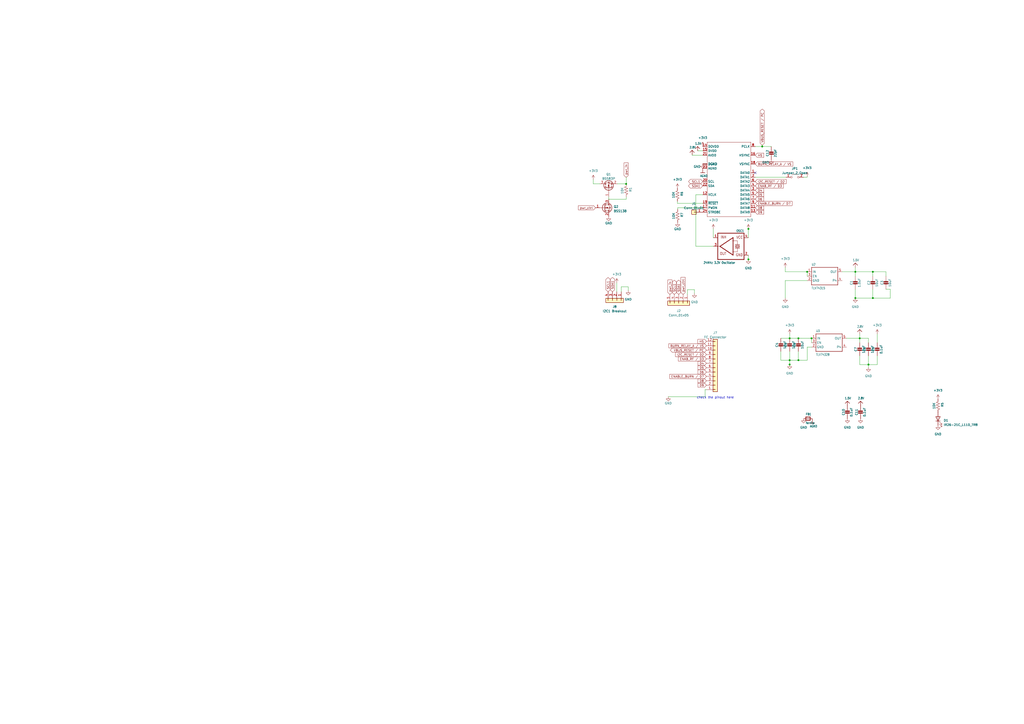
<source format=kicad_sch>
(kicad_sch (version 20231120) (generator "eeschema") (generator_version "8.0")
  (paper "A2")
  (lib_symbols
    (symbol "Adafruit OV5640 Breakout-eagle-import:1.5V" (power)
      (property "Value" "1.5V" (at -1.524 1.016 0))
      (symbol "1.5V_1_0"
        (polyline (pts (xy -1.27 -1.27) (xy 0 0)) (stroke (width 0.254)))
        (polyline (pts (xy 0 0) (xy 1.27 -1.27)) (stroke (width 0.254)))
        (pin power_in line (at 0 -2.54 90) (length 2.54) (name "1.5V") (number "1"))
      )
    )
    (symbol "Adafruit OV5640 Breakout-eagle-import:2.8V" (power)
      (property "Value" "2.8V" (at -1.524 1.016 0))
      (symbol "2.8V_1_0"
        (polyline (pts (xy -1.27 -1.27) (xy 0 0)) (stroke (width 0.254)))
        (polyline (pts (xy 0 0) (xy 1.27 -1.27)) (stroke (width 0.254)))
        (pin power_in line (at 0 -2.54 90) (length 2.54) (name "2.8V") (number "1"))
      )
    )
    (symbol "Adafruit OV5640 Breakout-eagle-import:AGND" (power)
      (property "Value" "AGND" (at -1.524 -2.54 0))
      (symbol "AGND_1_0"
        (polyline (pts (xy -1.27 0) (xy 1.27 0)) (stroke (width 0.254)))
        (pin power_in line (at 0 2.54 270) (length 2.54) (name "AGND") (number "1"))
      )
    )
    (symbol "Adafruit OV5640 Breakout-eagle-import:CAMERA_OV2640"
      (symbol "CAMERA_OV2640_1_0"
        (polyline (pts (xy -12.7 -20.32) (xy -12.7 22.86)) (stroke (width 0.1524)))
        (polyline (pts (xy -12.7 22.86) (xy 12.7 22.86)) (stroke (width 0.1524)))
        (polyline (pts (xy 12.7 -20.32) (xy -12.7 -20.32)) (stroke (width 0.1524)))
        (polyline (pts (xy 12.7 22.86) (xy 12.7 -20.32)) (stroke (width 0.1524)))
        (pin output line (at 15.24 5.08 180) (length 2.54) (name "DATA0") (number "1"))
        (pin power_in line (at -15.24 10.16 0) (length 2.54) (name "DGND") (number "10"))
        (pin output line (at 15.24 -15.24 180) (length 2.54) (name "DATA8") (number "11"))
        (pin input line (at -15.24 -7.62 0) (length 2.54) (name "XCLK") (number "12"))
        (pin output line (at 15.24 -17.78 180) (length 2.54) (name "DATA9") (number "13"))
        (pin power_in line (at -15.24 20.32 0) (length 2.54) (name "DOVDD") (number "14"))
        (pin power_in line (at -15.24 17.78 0) (length 2.54) (name "DVDD") (number "15"))
        (pin output line (at 15.24 15.24 180) (length 2.54) (name "HSYNC") (number "16"))
        (pin input line (at -15.24 -15.24 0) (length 2.54) (name "PWDN") (number "17"))
        (pin output line (at 15.24 10.16 180) (length 2.54) (name "VSYNC") (number "18"))
        (pin input line (at -15.24 -12.7 0) (length 2.54) (name "~{RESET}") (number "19"))
        (pin output line (at 15.24 2.54 180) (length 2.54) (name "DATA1") (number "2"))
        (pin bidirectional line (at -15.24 0 0) (length 2.54) (name "SCL") (number "20"))
        (pin power_in line (at -15.24 15.24 0) (length 2.54) (name "AVDD") (number "21"))
        (pin bidirectional line (at -15.24 -2.54 0) (length 2.54) (name "SDA") (number "22"))
        (pin power_in line (at -15.24 7.62 0) (length 2.54) (name "AGND") (number "23"))
        (pin input line (at -15.24 -17.78 0) (length 2.54) (name "STROBE") (number "24"))
        (pin output line (at 15.24 -5.08 180) (length 2.54) (name "DATA4") (number "3"))
        (pin output line (at 15.24 -2.54 180) (length 2.54) (name "DATA3") (number "4"))
        (pin output line (at 15.24 -7.62 180) (length 2.54) (name "DATA5") (number "5"))
        (pin output line (at 15.24 0 180) (length 2.54) (name "DATA2") (number "6"))
        (pin output line (at 15.24 -10.16 180) (length 2.54) (name "DATA6") (number "7"))
        (pin output line (at 15.24 20.32 180) (length 2.54) (name "PCLK") (number "8"))
        (pin output line (at 15.24 -12.7 180) (length 2.54) (name "DATA7") (number "9"))
        (pin power_in line (at -15.24 10.16 0) (length 2.54) (name "DGND") (number "SPRT1"))
        (pin power_in line (at -15.24 10.16 0) (length 2.54) (name "DGND") (number "SPRT2"))
      )
    )
    (symbol "Adafruit OV5640 Breakout-eagle-import:CAP_CERAMIC0603_NO"
      (property "Reference" "C" (at -2.29 1.25 90))
      (symbol "CAP_CERAMIC0603_NO_1_0"
        (rectangle (start -1.27 0.508) (end 1.27 1.016) (fill (type outline)))
        (rectangle (start -1.27 1.524) (end 1.27 2.032) (fill (type outline)))
        (polyline (pts (xy 0 0.762) (xy 0 0)) (stroke (width 0.1524)))
        (polyline (pts (xy 0 2.54) (xy 0 1.778)) (stroke (width 0.1524)))
        (pin passive line (at 0 5.08 270) (length 2.54) (name "1") (number "1"))
        (pin passive line (at 0 -2.54 90) (length 2.54) (name "2") (number "2"))
      )
    )
    (symbol "Adafruit OV5640 Breakout-eagle-import:CAP_CERAMIC0805-NOOUTLINE"
      (property "Reference" "C" (at -2.29 1.25 90))
      (symbol "CAP_CERAMIC0805-NOOUTLINE_1_0"
        (rectangle (start -1.27 0.508) (end 1.27 1.016) (fill (type outline)))
        (rectangle (start -1.27 1.524) (end 1.27 2.032) (fill (type outline)))
        (polyline (pts (xy 0 0.762) (xy 0 0)) (stroke (width 0.1524)))
        (polyline (pts (xy 0 2.54) (xy 0 1.778)) (stroke (width 0.1524)))
        (pin passive line (at 0 5.08 270) (length 2.54) (name "1") (number "1"))
        (pin passive line (at 0 -2.54 90) (length 2.54) (name "2") (number "2"))
      )
    )
    (symbol "Adafruit OV5640 Breakout-eagle-import:FERRITE-0603NO"
      (property "Reference" "FB" (at -1.27 1.905 0))
      (symbol "FERRITE-0603NO_1_0"
        (polyline (pts (xy -1.27 -0.9525) (xy -1.27 0.9525)) (stroke (width 0.4064)))
        (polyline (pts (xy -1.27 0.9525) (xy 1.27 0.9525)) (stroke (width 0.4064)))
        (polyline (pts (xy 1.27 -0.9525) (xy -1.27 -0.9525)) (stroke (width 0.4064)))
        (polyline (pts (xy 1.27 0.9525) (xy 1.27 -0.9525)) (stroke (width 0.4064)))
        (pin passive line (at -2.54 0 0) (length 2.54) (name "P$1") (number "1"))
        (pin passive line (at 2.54 0 180) (length 2.54) (name "P$2") (number "2"))
      )
    )
    (symbol "Adafruit OV5640 Breakout-eagle-import:OSCILLATOR3.2X2.5"
      (property "Reference" "OSC" (at -7.62 8.255 0))
      (symbol "OSCILLATOR3.2X2.5_1_0"
        (polyline (pts (xy -7.62 7.62) (xy -7.62 -7.62)) (stroke (width 0.4064)))
        (polyline (pts (xy -7.62 7.62) (xy 7.62 7.62)) (stroke (width 0.4064)))
        (polyline (pts (xy -5.08 -1.016) (xy -3.81 -1.016)) (stroke (width 0.254)))
        (polyline (pts (xy -5.08 1.016) (xy -2.54 1.016)) (stroke (width 0.254)))
        (polyline (pts (xy -4.826 -0.381) (xy -4.826 0.381)) (stroke (width 0.254)))
        (polyline (pts (xy -4.826 -0.381) (xy -2.794 -0.381)) (stroke (width 0.254)))
        (polyline (pts (xy -4.826 0.381) (xy -2.794 0.381)) (stroke (width 0.254)))
        (polyline (pts (xy -3.81 -3.175) (xy -3.81 -1.016)) (stroke (width 0.1524)))
        (polyline (pts (xy -3.81 -3.175) (xy -1.27 -3.175)) (stroke (width 0.1524)))
        (polyline (pts (xy -3.81 -1.016) (xy -2.54 -1.016)) (stroke (width 0.254)))
        (polyline (pts (xy -3.81 1.016) (xy -3.81 3.175)) (stroke (width 0.1524)))
        (polyline (pts (xy -3.81 3.175) (xy -1.27 3.175)) (stroke (width 0.1524)))
        (polyline (pts (xy -2.794 0.381) (xy -2.794 -0.381)) (stroke (width 0.254)))
        (polyline (pts (xy -1.27 -5.08) (xy -1.27 -3.175)) (stroke (width 0.4064)))
        (polyline (pts (xy -1.27 -3.175) (xy -1.27 3.175)) (stroke (width 0.4064)))
        (polyline (pts (xy -1.27 3.175) (xy -1.27 5.08)) (stroke (width 0.4064)))
        (polyline (pts (xy -1.27 5.08) (xy 6.35 0)) (stroke (width 0.4064)))
        (polyline (pts (xy 6.35 0) (xy -1.27 -5.08)) (stroke (width 0.4064)))
        (polyline (pts (xy 6.35 0) (xy 7.62 0)) (stroke (width 0.1524)))
        (polyline (pts (xy 7.62 -7.62) (xy -7.62 -7.62)) (stroke (width 0.4064)))
        (polyline (pts (xy 7.62 -7.62) (xy 7.62 0)) (stroke (width 0.4064)))
        (polyline (pts (xy 7.62 0) (xy 7.62 7.62)) (stroke (width 0.4064)))
        (text "GND" (at -6.985 -5.842 0) (effects (font (size 1.524 1.2954)) (justify left bottom)))
        (text "INH" (at 2.54 4.445 0) (effects (font (size 1.524 1.2954)) (justify left bottom)))
        (text "OUT" (at 2.54 -5.08 0) (effects (font (size 1.524 1.2954)) (justify left bottom)))
        (text "VCC" (at -6.985 4.318 0) (effects (font (size 1.524 1.2954)) (justify left bottom)))
        (pin bidirectional line (at 10.16 5.08 180) (length 2.54) (name "INH") (number "1"))
        (pin power_in line (at -10.16 -5.08 0) (length 2.54) (name "GND") (number "2"))
        (pin output line (at 10.16 0 180) (length 2.54) (name "OUT") (number "3"))
        (pin power_in line (at -10.16 5.08 0) (length 2.54) (name "VCC") (number "4"))
      )
    )
    (symbol "Adafruit OV5640 Breakout-eagle-import:VREG_SOT23-5"
      (property "Reference" "U" (at -7.62 6.096 0))
      (symbol "VREG_SOT23-5_1_0"
        (polyline (pts (xy -7.62 -5.08) (xy -7.62 5.08)) (stroke (width 0.254)))
        (polyline (pts (xy -7.62 5.08) (xy 7.62 5.08)) (stroke (width 0.254)))
        (polyline (pts (xy 7.62 -5.08) (xy -7.62 -5.08)) (stroke (width 0.254)))
        (polyline (pts (xy 7.62 5.08) (xy 7.62 -5.08)) (stroke (width 0.254)))
        (pin power_in line (at -10.16 2.54 0) (length 2.54) (name "IN") (number "1"))
        (pin power_in line (at -10.16 -2.54 0) (length 2.54) (name "GND") (number "2"))
        (pin input line (at -10.16 0 0) (length 2.54) (name "EN") (number "3"))
        (pin bidirectional line (at 10.16 -2.54 180) (length 2.54) (name "P4") (number "4"))
        (pin power_in line (at 10.16 2.54 180) (length 2.54) (name "OUT") (number "5"))
      )
    )
    (symbol "Connector_Generic:Conn_01x01" (pin_names (offset 1.016) hide)
      (property "Reference" "J" (at 0 2.54 0))
      (property "Value" "Conn_01x01" (at 0 -2.54 0))
      (symbol "Conn_01x01_1_1"
        (rectangle (start -1.27 0.127) (end 0 -0.127) (stroke (width 0.1524)))
        (rectangle (start -1.27 1.27) (end 1.27 -1.27) (stroke (width 0.254)) (fill (type background)))
        (pin passive line (at -5.08 0 0) (length 3.81) (name "Pin_1") (number "1"))
      )
    )
    (symbol "Connector_Generic:Conn_01x04" (pin_names (offset 1.016) hide)
      (property "Reference" "J" (at 0 5.08 0))
      (property "Value" "Conn_01x04" (at 0 -7.62 0))
      (symbol "Conn_01x04_1_1"
        (rectangle (start -1.27 -4.953) (end 0 -5.207) (stroke (width 0.1524)))
        (rectangle (start -1.27 -2.413) (end 0 -2.667) (stroke (width 0.1524)))
        (rectangle (start -1.27 0.127) (end 0 -0.127) (stroke (width 0.1524)))
        (rectangle (start -1.27 2.667) (end 0 2.413) (stroke (width 0.1524)))
        (rectangle (start -1.27 3.81) (end 1.27 -6.35) (stroke (width 0.254)) (fill (type background)))
        (pin passive line (at -5.08 2.54 0) (length 3.81) (name "Pin_1") (number "1"))
        (pin passive line (at -5.08 0 0) (length 3.81) (name "Pin_2") (number "2"))
        (pin passive line (at -5.08 -2.54 0) (length 3.81) (name "Pin_3") (number "3"))
        (pin passive line (at -5.08 -5.08 0) (length 3.81) (name "Pin_4") (number "4"))
      )
    )
    (symbol "Connector_Generic:Conn_01x05" (pin_names (offset 1.016) hide)
      (property "Reference" "J" (at 0 7.62 0))
      (property "Value" "Conn_01x05" (at 0 -7.62 0))
      (symbol "Conn_01x05_1_1"
        (rectangle (start -1.27 -4.953) (end 0 -5.207) (stroke (width 0.1524)))
        (rectangle (start -1.27 -2.413) (end 0 -2.667) (stroke (width 0.1524)))
        (rectangle (start -1.27 0.127) (end 0 -0.127) (stroke (width 0.1524)))
        (rectangle (start -1.27 2.667) (end 0 2.413) (stroke (width 0.1524)))
        (rectangle (start -1.27 5.207) (end 0 4.953) (stroke (width 0.1524)))
        (rectangle (start -1.27 6.35) (end 1.27 -6.35) (stroke (width 0.254)) (fill (type background)))
        (pin passive line (at -5.08 5.08 0) (length 3.81) (name "Pin_1") (number "1"))
        (pin passive line (at -5.08 2.54 0) (length 3.81) (name "Pin_2") (number "2"))
        (pin passive line (at -5.08 0 0) (length 3.81) (name "Pin_3") (number "3"))
        (pin passive line (at -5.08 -2.54 0) (length 3.81) (name "Pin_4") (number "4"))
        (pin passive line (at -5.08 -5.08 0) (length 3.81) (name "Pin_5") (number "5"))
      )
    )
    (symbol "Connector_Generic:Conn_01x12" (pin_names (offset 1.016) hide)
      (property "Reference" "J" (at 0 15.24 0))
      (property "Value" "Conn_01x12" (at 0 -17.78 0))
      (symbol "Conn_01x12_1_1"
        (rectangle (start -1.27 -15.113) (end 0 -15.367) (stroke (width 0.1524)))
        (rectangle (start -1.27 -12.573) (end 0 -12.827) (stroke (width 0.1524)))
        (rectangle (start -1.27 -10.033) (end 0 -10.287) (stroke (width 0.1524)))
        (rectangle (start -1.27 -7.493) (end 0 -7.747) (stroke (width 0.1524)))
        (rectangle (start -1.27 -4.953) (end 0 -5.207) (stroke (width 0.1524)))
        (rectangle (start -1.27 -2.413) (end 0 -2.667) (stroke (width 0.1524)))
        (rectangle (start -1.27 0.127) (end 0 -0.127) (stroke (width 0.1524)))
        (rectangle (start -1.27 2.667) (end 0 2.413) (stroke (width 0.1524)))
        (rectangle (start -1.27 5.207) (end 0 4.953) (stroke (width 0.1524)))
        (rectangle (start -1.27 7.747) (end 0 7.493) (stroke (width 0.1524)))
        (rectangle (start -1.27 10.287) (end 0 10.033) (stroke (width 0.1524)))
        (rectangle (start -1.27 12.827) (end 0 12.573) (stroke (width 0.1524)))
        (rectangle (start -1.27 13.97) (end 1.27 -16.51) (stroke (width 0.254)) (fill (type background)))
        (pin passive line (at -5.08 12.7 0) (length 3.81) (name "Pin_1") (number "1"))
        (pin passive line (at -5.08 -10.16 0) (length 3.81) (name "Pin_10") (number "10"))
        (pin passive line (at -5.08 -12.7 0) (length 3.81) (name "Pin_11") (number "11"))
        (pin passive line (at -5.08 -15.24 0) (length 3.81) (name "Pin_12") (number "12"))
        (pin passive line (at -5.08 10.16 0) (length 3.81) (name "Pin_2") (number "2"))
        (pin passive line (at -5.08 7.62 0) (length 3.81) (name "Pin_3") (number "3"))
        (pin passive line (at -5.08 5.08 0) (length 3.81) (name "Pin_4") (number "4"))
        (pin passive line (at -5.08 2.54 0) (length 3.81) (name "Pin_5") (number "5"))
        (pin passive line (at -5.08 0 0) (length 3.81) (name "Pin_6") (number "6"))
        (pin passive line (at -5.08 -2.54 0) (length 3.81) (name "Pin_7") (number "7"))
        (pin passive line (at -5.08 -5.08 0) (length 3.81) (name "Pin_8") (number "8"))
        (pin passive line (at -5.08 -7.62 0) (length 3.81) (name "Pin_9") (number "9"))
      )
    )
    (symbol "Device:R_US" (pin_numbers hide) (pin_names (offset 0))
      (property "Reference" "R" (at 2.54 0 90))
      (property "Value" "R_US" (at -2.54 0 90))
      (symbol "R_US_0_1"
        (polyline (pts (xy 0 -2.286) (xy 0 -2.54)))
        (polyline (pts (xy 0 2.286) (xy 0 2.54)))
        (polyline (pts (xy 0 -0.762) (xy 1.016 -1.143) (xy 0 -1.524) (xy -1.016 -1.905) (xy 0 -2.286)))
        (polyline (pts (xy 0 0.762) (xy 1.016 0.381) (xy 0 0) (xy -1.016 -0.381) (xy 0 -0.762)))
        (polyline (pts (xy 0 2.286) (xy 1.016 1.905) (xy 0 1.524) (xy -1.016 1.143) (xy 0 0.762)))
      )
      (symbol "R_US_1_1"
        (pin passive line (at 0 3.81 270) (length 1.27) (name "~") (number "1"))
        (pin passive line (at 0 -3.81 90) (length 1.27) (name "~") (number "2"))
      )
    )
    (symbol "Jumper:Jumper_2_Open" (pin_names (offset 0) hide)
      (property "Reference" "JP" (at 0 2.794 0))
      (property "Value" "Jumper_2_Open" (at 0 -2.286 0))
      (symbol "Jumper_2_Open_0_0"
        (circle (center -2.032 0) (radius 0.508))
        (circle (center 2.032 0) (radius 0.508))
      )
      (symbol "Jumper_2_Open_0_1"
        (arc (start 1.524 1.27) (mid 0 1.778) (end -1.524 1.27))
      )
      (symbol "Jumper_2_Open_1_1"
        (pin passive line (at -5.08 0 0) (length 2.54) (name "A") (number "1"))
        (pin passive line (at 5.08 0 180) (length 2.54) (name "B") (number "2"))
      )
    )
    (symbol "LED:IR26-21C_L110_TR8" (pin_numbers hide) (pin_names (offset 1.016) hide)
      (property "Reference" "D" (at 0 2.54 0))
      (property "Value" "IR26-21C_L110_TR8" (at 0 -3.81 0))
      (symbol "IR26-21C_L110_TR8_0_1"
        (polyline (pts (xy -1.27 -1.27) (xy -1.27 1.27)) (stroke (width 0.254)))
        (polyline (pts (xy -1.27 0) (xy 1.27 0)))
        (polyline (pts (xy 1.27 -1.27) (xy 1.27 1.27) (xy -1.27 0) (xy 1.27 -1.27)) (stroke (width 0.254)))
        (polyline (pts (xy -3.048 -0.762) (xy -4.572 -2.286) (xy -3.81 -2.286) (xy -4.572 -2.286) (xy -4.572 -1.524)))
        (polyline (pts (xy -1.778 -0.762) (xy -3.302 -2.286) (xy -2.54 -2.286) (xy -3.302 -2.286) (xy -3.302 -1.524)))
      )
      (symbol "IR26-21C_L110_TR8_1_1"
        (pin passive line (at -3.81 0 0) (length 2.54) (name "K") (number "1"))
        (pin passive line (at 3.81 0 180) (length 2.54) (name "A") (number "2"))
      )
    )
    (symbol "Transistor_FET:BSS138" (pin_names hide)
      (property "Reference" "Q" (at 5.08 1.905 0))
      (property "Value" "BSS138" (at 5.08 0 0))
      (symbol "BSS138_0_1"
        (polyline (pts (xy 0.254 0) (xy -2.54 0)))
        (polyline (pts (xy 0.254 1.905) (xy 0.254 -1.905)) (stroke (width 0.254)))
        (polyline (pts (xy 0.762 -1.27) (xy 0.762 -2.286)) (stroke (width 0.254)))
        (polyline (pts (xy 0.762 0.508) (xy 0.762 -0.508)) (stroke (width 0.254)))
        (polyline (pts (xy 0.762 2.286) (xy 0.762 1.27)) (stroke (width 0.254)))
        (polyline (pts (xy 2.54 2.54) (xy 2.54 1.778)))
        (polyline (pts (xy 2.54 -2.54) (xy 2.54 0) (xy 0.762 0)))
        (polyline (pts (xy 0.762 -1.778) (xy 3.302 -1.778) (xy 3.302 1.778) (xy 0.762 1.778)))
        (polyline (pts (xy 1.016 0) (xy 2.032 0.381) (xy 2.032 -0.381) (xy 1.016 0)) (fill (type outline)))
        (polyline (pts (xy 2.794 0.508) (xy 2.921 0.381) (xy 3.683 0.381) (xy 3.81 0.254)))
        (polyline (pts (xy 3.302 0.381) (xy 2.921 -0.254) (xy 3.683 -0.254) (xy 3.302 0.381)))
        (circle (center 1.651 0) (radius 2.794) (stroke (width 0.254)))
        (circle (center 2.54 -1.778) (radius 0.254) (fill (type outline)))
        (circle (center 2.54 1.778) (radius 0.254) (fill (type outline)))
      )
      (symbol "BSS138_1_1"
        (pin input line (at -5.08 0 0) (length 2.54) (name "G") (number "1"))
        (pin passive line (at 2.54 -5.08 90) (length 2.54) (name "S") (number "2"))
        (pin passive line (at 2.54 5.08 270) (length 2.54) (name "D") (number "3"))
      )
    )
    (symbol "Transistor_FET:BSS83P" (pin_names hide)
      (property "Reference" "Q" (at 5.08 1.905 0))
      (property "Value" "BSS83P" (at 5.08 0 0))
      (symbol "BSS83P_0_1"
        (polyline (pts (xy 0.254 0) (xy -2.54 0)))
        (polyline (pts (xy 0.254 1.905) (xy 0.254 -1.905)) (stroke (width 0.254)))
        (polyline (pts (xy 0.762 -1.27) (xy 0.762 -2.286)) (stroke (width 0.254)))
        (polyline (pts (xy 0.762 0.508) (xy 0.762 -0.508)) (stroke (width 0.254)))
        (polyline (pts (xy 0.762 2.286) (xy 0.762 1.27)) (stroke (width 0.254)))
        (polyline (pts (xy 2.54 2.54) (xy 2.54 1.778)))
        (polyline (pts (xy 2.54 -2.54) (xy 2.54 0) (xy 0.762 0)))
        (polyline (pts (xy 0.762 1.778) (xy 3.302 1.778) (xy 3.302 -1.778) (xy 0.762 -1.778)))
        (polyline (pts (xy 2.286 0) (xy 1.27 0.381) (xy 1.27 -0.381) (xy 2.286 0)) (fill (type outline)))
        (polyline (pts (xy 2.794 -0.508) (xy 2.921 -0.381) (xy 3.683 -0.381) (xy 3.81 -0.254)))
        (polyline (pts (xy 3.302 -0.381) (xy 2.921 0.254) (xy 3.683 0.254) (xy 3.302 -0.381)))
        (circle (center 1.651 0) (radius 2.794) (stroke (width 0.254)))
        (circle (center 2.54 -1.778) (radius 0.254) (fill (type outline)))
        (circle (center 2.54 1.778) (radius 0.254) (fill (type outline)))
      )
      (symbol "BSS83P_1_1"
        (pin input line (at -5.08 0 0) (length 2.54) (name "G") (number "1"))
        (pin passive line (at 2.54 -5.08 90) (length 2.54) (name "S") (number "2"))
        (pin passive line (at 2.54 5.08 270) (length 2.54) (name "D") (number "3"))
      )
    )
    (symbol "power:+3V3" (power) (pin_names (offset 0))
      (property "Value" "+3V3" (at 0 3.556 0))
      (symbol "+3V3_0_1"
        (polyline (pts (xy -0.762 1.27) (xy 0 2.54)))
        (polyline (pts (xy 0 0) (xy 0 2.54)))
        (polyline (pts (xy 0 2.54) (xy 0.762 1.27)))
      )
      (symbol "+3V3_1_1"
        (pin power_in line (at 0 0 90) (length 0) hide (name "+3V3") (number "1"))
      )
    )
    (symbol "power:GND" (power) (pin_names (offset 0))
      (property "Value" "GND" (at 0 -3.81 0))
      (symbol "GND_0_1"
        (polyline (pts (xy 0 0) (xy 0 -1.27) (xy 1.27 -1.27) (xy 0 -2.54) (xy -1.27 -1.27) (xy 0 -1.27)))
      )
      (symbol "GND_1_1"
        (pin power_in line (at 0 0 270) (length 0) hide (name "GND") (number "1"))
      )
    )
  )
  (junction (at 506.3236 157.6578))
  (junction (at 470.7636 196.2404))
  (junction (at 463.1436 196.2404))
  (junction (at 434.1368 132.7658))
  (junction (at 458.0636 208.9404))
  (junction (at 503.7836 211.4804))
  (junction (at 434.1368 150.4696))
  (junction (at 458.0636 211.455))
  (junction (at 463.1436 208.9404))
  (junction (at 458.0636 196.2404))
  (junction (at 468.2236 157.6578))
  (junction (at 363.22 106.68))
  (junction (at 498.7036 196.2404))
  (junction (at 496.1636 172.8978))
  (junction (at 506.3236 172.8978))
  (junction (at 442.1632 84.963))
  (junction (at 496.1636 157.6578))
  (no_connect (at 438.1246 100.2284))
  (wire (pts (xy 498.7036 211.4804) (xy 503.7836 211.4804)) (stroke (width 0.1524)))
  (wire (pts (xy 463.1436 208.9404) (xy 458.0636 208.9404)) (stroke (width 0.1524)))
  (wire (pts (xy 413.8168 142.9004) (xy 403.6822 142.9004)))
  (wire (pts (xy 513.9436 160.1978) (xy 513.9436 157.6578)) (stroke (width 0.1524)))
  (wire (pts (xy 496.1636 157.6578) (xy 496.1636 155.1178)) (stroke (width 0.1524)))
  (wire (pts (xy 503.7836 196.2404) (xy 498.7036 196.2404)) (stroke (width 0.1524)))
  (wire (pts (xy 458.0636 208.9404) (xy 458.0636 211.455)) (stroke (width 0.1524)))
  (wire (pts (xy 468.1982 102.4636) (xy 468.1982 102.7684)))
  (wire (pts (xy 516.4836 172.8978) (xy 516.4836 167.8178)) (stroke (width 0.1524)))
  (wire (pts (xy 447.4464 84.9884) (xy 442.1632 84.963)))
  (wire (pts (xy 438.1246 102.7684) (xy 455.9808 102.7684)))
  (wire (pts (xy 506.3236 172.8978) (xy 506.3236 167.8178)) (stroke (width 0.1524)))
  (wire (pts (xy 455.5236 155.1178) (xy 455.5236 157.6578)) (stroke (width 0.1524)))
  (wire (pts (xy 363.22 115.57) (xy 363.22 114.3)))
  (wire (pts (xy 468.1982 102.7684) (xy 466.1408 102.7684)))
  (wire (pts (xy 458.0636 193.7004) (xy 458.0636 196.2404)) (stroke (width 0.1524)))
  (wire (pts (xy 470.7636 196.2404) (xy 463.1436 196.2404)) (stroke (width 0.1524)))
  (wire (pts (xy 508.8636 206.4004) (xy 508.8636 211.4804)) (stroke (width 0.1524)))
  (wire (pts (xy 344.17 106.68) (xy 344.17 104.14)))
  (wire (pts (xy 458.0636 208.9404) (xy 458.0636 203.8604)) (stroke (width 0.1524)))
  (wire (pts (xy 393.065 120.5484) (xy 407.6446 120.5484)))
  (wire (pts (xy 408.9908 230.0986) (xy 408.9908 225.9838)))
  (wire (pts (xy 496.1636 157.6578) (xy 496.1636 160.1978)) (stroke (width 0.1524)))
  (wire (pts (xy 503.7836 211.4804) (xy 508.8636 211.4804)) (stroke (width 0.1524)))
  (wire (pts (xy 408.9908 225.9838) (xy 409.8036 225.9838)))
  (wire (pts (xy 463.1436 203.8604) (xy 463.1436 208.9404)) (stroke (width 0.1524)))
  (wire (pts (xy 403.6822 142.9004) (xy 403.6822 112.9284)))
  (wire (pts (xy 434.1368 132.7658) (xy 434.1368 132.7404)) (stroke (width 0.1524)))
  (wire (pts (xy 508.8636 193.7004) (xy 508.8636 198.7804)) (stroke (width 0.1524)))
  (wire (pts (xy 401.4724 89.7382) (xy 401.4724 90.0684)))
  (wire (pts (xy 353.06 115.57) (xy 363.22 115.57)))
  (wire (pts (xy 458.0636 208.9404) (xy 452.9836 208.9404)) (stroke (width 0.1524)))
  (wire (pts (xy 496.1636 172.8978) (xy 506.3236 172.8978)) (stroke (width 0.1524)))
  (wire (pts (xy 498.7036 196.2404) (xy 498.7036 193.7004)) (stroke (width 0.1524)))
  (wire (pts (xy 463.1436 196.2404) (xy 458.0636 196.2404)) (stroke (width 0.1524)))
  (wire (pts (xy 498.7036 196.2404) (xy 498.7036 198.7804)) (stroke (width 0.1524)))
  (wire (pts (xy 442.1632 84.963) (xy 438.1246 84.9884)))
  (wire (pts (xy 503.7836 198.7804) (xy 503.7836 196.2404)) (stroke (width 0.1524)))
  (wire (pts (xy 468.2236 201.3204) (xy 468.2236 208.9404)) (stroke (width 0.1524)))
  (wire (pts (xy 364.4138 166.4208) (xy 364.4138 168.5798)))
  (wire (pts (xy 491.0836 196.2404) (xy 498.7036 196.2404)) (stroke (width 0.1524)))
  (wire (pts (xy 347.98 106.68) (xy 344.17 106.68)))
  (wire (pts (xy 455.5236 162.7378) (xy 455.5236 172.8978)) (stroke (width 0.1524)))
  (wire (pts (xy 506.3236 172.8978) (xy 516.4836 172.8978)) (stroke (width 0.1524)))
  (wire (pts (xy 434.1368 150.4696) (xy 434.1368 150.5204)) (stroke (width 0.1524)))
  (wire (pts (xy 470.7636 201.3204) (xy 468.2236 201.3204)) (stroke (width 0.1524)))
  (wire (pts (xy 458.0636 196.2404) (xy 452.9836 196.2404)) (stroke (width 0.1524)))
  (wire (pts (xy 498.7036 206.4004) (xy 498.7036 211.4804)) (stroke (width 0.1524)))
  (wire (pts (xy 407.6446 90.0684) (xy 401.4724 90.0684)))
  (wire (pts (xy 363.22 106.68) (xy 363.22 102.87)))
  (wire (pts (xy 468.2236 157.6578) (xy 455.5236 157.6578)) (stroke (width 0.1524)))
  (wire (pts (xy 468.2236 160.1978) (xy 468.2236 157.6578)) (stroke (width 0.1524)))
  (wire (pts (xy 403.6822 112.9284) (xy 407.6446 112.9284)))
  (wire (pts (xy 360.3498 169.2148) (xy 360.3498 166.4208)))
  (wire (pts (xy 452.9836 208.9404) (xy 452.9836 203.8604)) (stroke (width 0.1524)))
  (wire (pts (xy 506.3236 157.6578) (xy 496.1636 157.6578)) (stroke (width 0.1524)))
  (wire (pts (xy 496.1636 167.8178) (xy 496.1636 172.8978)) (stroke (width 0.1524)))
  (wire (pts (xy 506.3236 160.1978) (xy 506.3236 157.6578)) (stroke (width 0.1524)))
  (wire (pts (xy 404.6728 87.5284) (xy 407.6446 87.5284)))
  (wire (pts (xy 398.78 170.7896) (xy 398.78 167.9956)))
  (wire (pts (xy 357.8098 164.1348) (xy 357.8098 169.2148)))
  (wire (pts (xy 470.7636 198.7804) (xy 470.7636 196.2404)) (stroke (width 0.1524)))
  (wire (pts (xy 468.2236 208.9404) (xy 463.1436 208.9404)) (stroke (width 0.1524)))
  (wire (pts (xy 488.5436 157.6578) (xy 496.1636 157.6578)) (stroke (width 0.1524)))
  (wire (pts (xy 407.6446 118.0084) (xy 392.9888 118.0084)))
  (wire (pts (xy 393.065 121.3866) (xy 393.065 120.5484)))
  (wire (pts (xy 513.9436 157.6578) (xy 506.3236 157.6578)) (stroke (width 0.1524)))
  (wire (pts (xy 387.6548 230.0986) (xy 408.9908 230.0986)))
  (wire (pts (xy 398.78 167.9956) (xy 402.844 167.9956)))
  (wire (pts (xy 516.4836 167.8178) (xy 513.9436 167.8178)) (stroke (width 0.1524)))
  (wire (pts (xy 402.844 167.9956) (xy 402.844 170.1546)))
  (wire (pts (xy 392.9888 118.0084) (xy 392.9888 116.7892)))
  (wire (pts (xy 442.1632 84.201) (xy 442.1632 84.963)))
  (wire (pts (xy 360.3498 166.4208) (xy 364.4138 166.4208)))
  (wire (pts (xy 434.1368 137.8204) (xy 434.1368 132.7658)) (stroke (width 0.1524)))
  (wire (pts (xy 468.2236 162.7378) (xy 455.5236 162.7378)) (stroke (width 0.1524)))
  (wire (pts (xy 434.1368 147.9804) (xy 434.1368 150.4696)) (stroke (width 0.1524)))
  (wire (pts (xy 503.7836 213.0552) (xy 503.7836 211.4804)))
  (wire (pts (xy 353.06 114.3) (xy 353.06 115.443)))
  (wire (pts (xy 503.7836 211.4804) (xy 503.7836 206.4004)) (stroke (width 0.1524)))
  (wire (pts (xy 358.14 106.68) (xy 363.22 106.68)))
  (wire (pts (xy 413.8168 132.7404) (xy 413.8168 137.8204)) (stroke (width 0.1524)))
  (wire (pts (xy 458.0636 211.455) (xy 458.0636 211.4804)) (stroke (width 0.1524)))
  (wire (pts (xy 447.4464 85.0392) (xy 447.4464 84.9884)))
  (text "check the pinout here\n" (at 404.2156 231.4448 0) (effects (font (size 1.27 1.27)) (justify left bottom)))
  (global_label "VBUS_RESET {slash} PC" (shape bidirectional) (at 442.1632 84.201 90) (property "Intersheetrefs" "${INTERSHEET_REFS}" (effects (hide yes))))
  (global_label "D9" (shape input) (at 409.8036 223.4438 180) (property "Intersheetrefs" "${INTERSHEET_REFS}" (effects (hide yes))))
  (global_label "D8" (shape input) (at 438.1246 120.5484 0) (property "Intersheetrefs" "${INTERSHEET_REFS}" (effects (hide yes))))
  (global_label "ENAB_RF {slash} D3" (shape input) (at 409.8036 208.2038 180) (property "Intersheetrefs" "${INTERSHEET_REFS}" (effects (hide yes))))
  (global_label "ENABLE_BURN {slash} D7" (shape input) (at 438.1246 118.0084 0) (property "Intersheetrefs" "${INTERSHEET_REFS}" (effects (hide yes))))
  (global_label "HS" (shape input) (at 438.1246 90.0684 0) (property "Intersheetrefs" "${INTERSHEET_REFS}" (effects (hide yes))))
  (global_label "D4" (shape input) (at 409.8036 210.7438 180) (property "Intersheetrefs" "${INTERSHEET_REFS}" (effects (hide yes))))
  (global_label "pwr_ctrl" (shape input) (at 396.24 170.7896 90) (property "Intersheetrefs" "${INTERSHEET_REFS}" (effects (hide yes))))
  (global_label "SCL1" (shape bidirectional) (at 391.16 170.7896 90) (property "Intersheetrefs" "${INTERSHEET_REFS}" (effects (hide yes))))
  (global_label "SDA1" (shape bidirectional) (at 393.7 170.7896 90) (property "Intersheetrefs" "${INTERSHEET_REFS}" (effects (hide yes))))
  (global_label "I2C_RESET {slash} D2" (shape input) (at 438.1246 105.3084 0) (property "Intersheetrefs" "${INTERSHEET_REFS}" (effects (hide yes))))
  (global_label "D5" (shape input) (at 438.1246 112.9284 0) (property "Intersheetrefs" "${INTERSHEET_REFS}" (effects (hide yes))))
  (global_label "I2C_RESET {slash} D2" (shape input) (at 409.8036 205.6638 180) (property "Intersheetrefs" "${INTERSHEET_REFS}" (effects (hide yes))))
  (global_label "SCL1" (shape bidirectional) (at 407.6446 105.3084 180) (property "Intersheetrefs" "${INTERSHEET_REFS}" (effects (hide yes))))
  (global_label "pwr_ctrl" (shape input) (at 345.44 120.523 180) (property "Intersheetrefs" "${INTERSHEET_REFS}" (effects (hide yes))))
  (global_label "D4" (shape input) (at 438.1246 110.3884 0) (property "Intersheetrefs" "${INTERSHEET_REFS}" (effects (hide yes))))
  (global_label "HS" (shape input) (at 409.8036 198.0438 180) (property "Intersheetrefs" "${INTERSHEET_REFS}" (effects (hide yes))))
  (global_label "ENABLE_BURN {slash} D7" (shape input) (at 409.8036 218.3638 180) (property "Intersheetrefs" "${INTERSHEET_REFS}" (effects (hide yes))))
  (global_label "D6" (shape input) (at 409.8036 215.8238 180) (property "Intersheetrefs" "${INTERSHEET_REFS}" (effects (hide yes))))
  (global_label "SDA1" (shape bidirectional) (at 407.6446 107.8484 180) (property "Intersheetrefs" "${INTERSHEET_REFS}" (effects (hide yes))))
  (global_label "pwr_in" (shape input) (at 363.22 102.87 90) (property "Intersheetrefs" "${INTERSHEET_REFS}" (effects (hide yes))))
  (global_label "D6" (shape input) (at 438.1246 115.4684 0) (property "Intersheetrefs" "${INTERSHEET_REFS}" (effects (hide yes))))
  (global_label "BURN_RELAY_A {slash} VS" (shape input) (at 409.8036 200.5838 180) (property "Intersheetrefs" "${INTERSHEET_REFS}" (effects (hide yes))))
  (global_label "SCL1" (shape bidirectional) (at 352.7298 169.2148 90) (property "Intersheetrefs" "${INTERSHEET_REFS}" (effects (hide yes))))
  (global_label "D8" (shape input) (at 409.8036 220.9038 180) (property "Intersheetrefs" "${INTERSHEET_REFS}" (effects (hide yes))))
  (global_label "D5" (shape input) (at 409.8036 213.2838 180) (property "Intersheetrefs" "${INTERSHEET_REFS}" (effects (hide yes))))
  (global_label "ENAB_RF {slash} D3" (shape input) (at 438.1246 107.8484 0) (property "Intersheetrefs" "${INTERSHEET_REFS}" (effects (hide yes))))
  (global_label "pwr_in" (shape input) (at 388.62 170.7896 90) (property "Intersheetrefs" "${INTERSHEET_REFS}" (effects (hide yes))))
  (global_label "VBUS_RESET {slash} PC" (shape bidirectional) (at 409.8036 203.1238 180) (property "Intersheetrefs" "${INTERSHEET_REFS}" (effects (hide yes))))
  (global_label "SDA1" (shape bidirectional) (at 355.2698 169.2148 90) (property "Intersheetrefs" "${INTERSHEET_REFS}" (effects (hide yes))))
  (global_label "D9" (shape input) (at 438.1246 123.0884 0) (property "Intersheetrefs" "${INTERSHEET_REFS}" (effects (hide yes))))
  (global_label "BURN_RELAY_A {slash} VS" (shape input) (at 438.1246 95.1484 0) (property "Intersheetrefs" "${INTERSHEET_REFS}" (effects (hide yes))))
  (symbol (lib_id "Adafruit OV5640 Breakout-eagle-import:CAP_CERAMIC0603_NO") (at 491.5662 240.3348 0) (unit 1)
    (property "Reference" "C10" (at 489.2762 239.0848 90))
    (property "Value" "0.1uF" (at 493.8662 239.0848 90))
    (property "Footprint" "Capacitor_SMD:C_0603_1608Metric_Pad1.08x0.95mm_HandSolder" (effects (hide yes)))
  )
  (symbol (lib_id "power:+3V3") (at 434.1368 132.7658 0) (unit 1)
    (property "Reference" "#PWR029" (effects (hide yes)))
    (property "Value" "+3V3" (at 434.1368 127.6858 0))
  )
  (symbol (lib_id "power:+3V3") (at 344.17 104.14 0) (unit 1)
    (property "Reference" "#PWR02" (effects (hide yes)))
    (property "Value" "+3V3" (at 344.17 99.06 0))
  )
  (symbol (lib_id "Jumper:Jumper_2_Open") (at 461.0608 102.7684 0) (unit 1)
    (property "Reference" "JP1" (at 461.0608 97.79 0))
    (property "Value" "Jumper_2_Open" (at 461.0608 100.33 0))
    (property "Footprint" "Jumper:SolderJumper-2_P1.3mm_Open_RoundedPad1.0x1.5mm" (effects (hide yes)))
  )
  (symbol (lib_id "power:GND") (at 393.065 129.0066 0) (unit 1)
    (property "Reference" "#PWR042" (effects (hide yes)))
    (property "Value" "GND" (at 393.065 132.8674 0))
  )
  (symbol (lib_id "power:GND") (at 447.4464 92.6592 0) (unit 1)
    (property "Reference" "#PWR044" (effects (hide yes)))
    (property "Value" "GND" (at 444.1698 94.1578 0))
  )
  (symbol (lib_id "power:GND") (at 387.6548 230.0986 0) (unit 1)
    (property "Reference" "#PWR021" (effects (hide yes)))
    (property "Value" "GND" (at 387.6548 233.9086 0))
  )
  (symbol (lib_id "Adafruit OV5640 Breakout-eagle-import:2.8V") (at 401.4724 87.1982 0) (unit 1)
    (property "Reference" "#U$04" (effects (hide yes)))
    (property "Value" "2.8V" (at 399.9484 86.1822 0) (effects (font (size 1.27 1.0795)) (justify left bottom)))
  )
  (symbol (lib_id "Adafruit OV5640 Breakout-eagle-import:VREG_SOT23-5") (at 478.3836 160.1978 0) (unit 1)
    (property "Reference" "U2" (at 470.7636 154.1018 0) (effects (font (size 1.27 1.0795)) (justify left bottom)))
    (property "Value" "TLV74315" (at 470.7636 167.8178 0) (effects (font (size 1.27 1.0795)) (justify left bottom)))
    (property "Footprint" "Package_TO_SOT_SMD:SOT-23-5_HandSoldering" (effects (hide yes)))
    (property "JLC_ROTATION" "0" (effects (hide yes)))
  )
  (symbol (lib_id "Connector_Generic:Conn_01x12") (at 414.8836 213.2838 0) (mirror x) (unit 1)
    (property "Reference" "J7" (at 414.8836 193.04 0))
    (property "Value" "FC Connector" (at 414.8836 195.58 0))
    (property "Footprint" "Connector_Molex:Molex_Pico-Lock_504050-1291_1x12-1MP_P1.50mm_Horizontal" (effects (hide yes)))
  )
  (symbol (lib_id "LED:IR26-21C_L110_TR8") (at 544.1188 242.951 90) (unit 1)
    (property "Reference" "D1" (at 547.37 243.9035 90) (effects (justify right)))
    (property "Value" "IR26-21C_L110_TR8" (at 547.37 246.4435 90) (effects (justify right)))
    (property "Footprint" "LED_SMD:LED_0603_1608Metric_Pad1.05x0.95mm_HandSolder" (effects (hide yes)))
    (property "Datasheet" "http://www.everlight.com/file/ProductFile/IR26-21C-L110-TR8.pdf" (effects (hide yes)))
  )
  (symbol (lib_id "power:GND") (at 407.6446 95.1484 0) (unit 1)
    (property "Reference" "#PWR035" (effects (hide yes)))
    (property "Value" "GND" (at 404.368 96.647 0))
  )
  (symbol (lib_id "power:GND") (at 503.7836 213.0552 0) (unit 1)
    (property "Reference" "#PWR034" (effects (hide yes)))
    (property "Value" "GND" (at 503.7836 218.1352 0))
  )
  (symbol (lib_id "Adafruit OV5640 Breakout-eagle-import:1.5V") (at 496.1636 152.5778 0) (unit 1)
    (property "Reference" "#U$03" (effects (hide yes)))
    (property "Value" "1.5V" (at 494.6396 151.5618 0) (effects (font (size 1.27 1.0795)) (justify left bottom)))
  )
  (symbol (lib_id "Adafruit OV5640 Breakout-eagle-import:AGND") (at 407.6446 100.2284 0) (unit 1)
    (property "Reference" "#U$01" (effects (hide yes)))
    (property "Value" "AGND" (at 406.1206 102.7684 0) (effects (font (size 1.27 1.0795)) (justify left bottom)))
  )
  (symbol (lib_id "power:GND") (at 455.5236 172.8978 0) (unit 1)
    (property "Reference" "#PWR031" (effects (hide yes)))
    (property "Value" "GND" (at 455.5236 177.9778 0))
  )
  (symbol (lib_id "power:+3V3") (at 468.1982 102.4636 0) (unit 1)
    (property "Reference" "#PWR01" (effects (hide yes)))
    (property "Value" "+3V3" (at 468.1982 97.3836 0))
  )
  (symbol (lib_id "Adafruit OV5640 Breakout-eagle-import:2.8V") (at 498.7036 191.1604 0) (unit 1)
    (property "Reference" "#U$07" (effects (hide yes)))
    (property "Value" "2.8V" (at 497.1796 190.1444 0) (effects (font (size 1.27 1.0795)) (justify left bottom)))
  )
  (symbol (lib_id "Adafruit OV5640 Breakout-eagle-import:FERRITE-0603NO") (at 468.7062 242.8748 0) (unit 1)
    (property "Reference" "FB1" (at 467.4362 240.9698 0) (effects (font (size 1.27 1.0795)) (justify left bottom)))
    (property "Value" "ferrite" (at 467.4362 246.0498 0) (effects (font (size 1.27 1.0795)) (justify left bottom)))
    (property "Footprint" "Resistor_SMD:R_0603_1608Metric_Pad0.98x0.95mm_HandSolder" (effects (hide yes)))
  )
  (symbol (lib_id "Adafruit OV5640 Breakout-eagle-import:CAP_CERAMIC0603_NO") (at 499.1862 240.3348 0) (unit 1)
    (property "Reference" "C11" (at 496.8962 239.0848 90))
    (property "Value" "0.1uF" (at 501.4862 239.0848 90))
    (property "Footprint" "Capacitor_SMD:C_0603_1608Metric_Pad1.08x0.95mm_HandSolder" (effects (hide yes)))
  )
  (symbol (lib_id "Device:R_US") (at 363.22 110.49 0) (mirror y) (unit 1)
    (property "Reference" "R1" (at 365.76 108.585 90) (effects (justify right)))
    (property "Value" "10K" (at 360.934 108.585 90) (effects (justify right)))
    (property "Footprint" "Resistor_SMD:R_0603_1608Metric" (effects (hide yes)))
    (property "Description" "100K 0603" (effects (hide yes)))
  )
  (symbol (lib_id "power:+3V3") (at 508.8636 193.7004 0) (unit 1)
    (property "Reference" "#PWR025" (effects (hide yes)))
    (property "Value" "+3V3" (at 508.8636 188.6204 0))
  )
  (symbol (lib_id "Adafruit OV5640 Breakout-eagle-import:1.5V") (at 404.6728 84.9884 0) (unit 1)
    (property "Reference" "#U$02" (effects (hide yes)))
    (property "Value" "1.5V" (at 403.1488 83.9724 0) (effects (font (size 1.27 1.0795)) (justify left bottom)))
  )
  (symbol (lib_id "power:+3V3") (at 357.8098 164.1348 0) (unit 1)
    (property "Reference" "#PWR036" (effects (hide yes)))
    (property "Value" "+3V3" (at 357.8098 159.0548 0))
  )
  (symbol (lib_id "power:GND") (at 491.5662 242.8748 0) (unit 1)
    (property "Reference" "#PWR022" (effects (hide yes)))
    (property "Value" "GND" (at 491.5662 247.9548 0))
  )
  (symbol (lib_id "power:+3V3") (at 544.1188 231.521 0) (unit 1)
    (property "Reference" "#PWR018" (effects (hide yes)))
    (property "Value" "+3V3" (at 544.1188 226.441 0))
  )
  (symbol (lib_id "Adafruit OV5640 Breakout-eagle-import:CAP_CERAMIC0603_NO") (at 496.1636 165.2778 0) (unit 1)
    (property "Reference" "C1" (at 493.8736 164.0278 90))
    (property "Value" "1.0uF" (at 498.4636 164.0278 90))
    (property "Footprint" "Capacitor_SMD:C_0603_1608Metric_Pad1.08x0.95mm_HandSolder" (effects (hide yes)))
  )
  (symbol (lib_id "power:+3V3") (at 407.6446 84.9884 0) (unit 1)
    (property "Reference" "#PWR043" (effects (hide yes)))
    (property "Value" "+3V3" (at 407.6446 79.9084 0))
  )
  (symbol (lib_id "power:GND") (at 353.06 125.603 0) (unit 1)
    (property "Reference" "#PWR03" (effects (hide yes)))
    (property "Value" "GND" (at 353.06 129.4638 0))
  )
  (symbol (lib_id "power:+3V3") (at 413.8168 132.7404 0) (unit 1)
    (property "Reference" "#PWR028" (effects (hide yes)))
    (property "Value" "+3V3" (at 413.8168 127.6604 0))
  )
  (symbol (lib_id "power:GND") (at 496.1636 172.8978 0) (unit 1)
    (property "Reference" "#PWR032" (effects (hide yes)))
    (property "Value" "GND" (at 496.1636 177.9778 0))
  )
  (symbol (lib_id "Connector_Generic:Conn_01x01") (at 402.5646 123.0884 180) (unit 1)
    (property "Reference" "J1" (at 402.5646 118.11 0))
    (property "Value" "Conn_01x01" (at 402.5646 120.65 0))
    (property "Footprint" "TestPoint:TestPoint_Pad_D1.5mm" (effects (hide yes)))
  )
  (symbol (lib_id "power:+3V3") (at 455.5236 155.1178 0) (unit 1)
    (property "Reference" "#PWR027" (effects (hide yes)))
    (property "Value" "+3V3" (at 455.5236 150.0378 0))
  )
  (symbol (lib_id "power:GND") (at 434.1368 150.4696 0) (unit 1)
    (property "Reference" "#PWR024" (effects (hide yes)))
    (property "Value" "GND" (at 434.1368 155.5496 0))
  )
  (symbol (lib_id "power:GND") (at 364.4138 168.5798 0) (unit 1)
    (property "Reference" "#PWR037" (effects (hide yes)))
    (property "Value" "GND" (at 364.4138 173.6598 0))
  )
  (symbol (lib_id "Device:R_US") (at 544.1188 235.331 0) (mirror y) (unit 1)
    (property "Reference" "R5" (at 546.6588 233.426 90) (effects (justify right)))
    (property "Value" "10K" (at 541.8328 233.426 90) (effects (justify right)))
    (property "Footprint" "Resistor_SMD:R_0603_1608Metric" (effects (hide yes)))
    (property "Description" "100K 0603" (effects (hide yes)))
  )
  (symbol (lib_id "Connector_Generic:Conn_01x04") (at 357.8098 174.2948 270) (unit 1)
    (property "Reference" "J8" (at 356.5398 177.927 90))
    (property "Value" "I2C1 Breakout" (at 356.5398 180.467 90))
    (property "Footprint" "Connector_JST:JST_SH_BM04B-SRSS-TB_1x04-1MP_P1.00mm_Vertical" (effects (hide yes)))
  )
  (symbol (lib_id "Adafruit OV5640 Breakout-eagle-import:OSCILLATOR3.2X2.5") (at 423.9768 142.9004 0) (mirror y) (unit 1)
    (property "Reference" "OSC1" (at 431.5968 134.6454 0) (effects (font (size 1.27 1.0795)) (justify left bottom)))
    (property "Value" "24MHz 3.3V Oscillator" (at 426.5168 153.0604 0) (effects (font (size 1.27 1.0795)) (justify left bottom)))
    (property "Footprint" "Oscillator:Oscillator_SMD_SeikoEpson_SG8002CE-4Pin_3.2x2.5mm_HandSoldering" (effects (hide yes)))
  )
  (symbol (lib_id "power:GND") (at 466.1662 242.8748 0) (unit 1)
    (property "Reference" "#PWR023" (effects (hide yes)))
    (property "Value" "GND" (at 466.1662 247.9548 0))
  )
  (symbol (lib_id "Device:R_US") (at 392.9888 112.9792 0) (mirror y) (unit 1)
    (property "Reference" "R6" (at 395.5288 111.0742 90) (effects (justify right)))
    (property "Value" "10K" (at 390.7028 111.0742 90) (effects (justify right)))
    (property "Footprint" "Resistor_SMD:R_0603_1608Metric" (effects (hide yes)))
    (property "Description" "100K 0603" (effects (hide yes)))
  )
  (symbol (lib_id "power:+3V3") (at 458.0636 193.7004 0) (unit 1)
    (property "Reference" "#PWR026" (effects (hide yes)))
    (property "Value" "+3V3" (at 458.0636 188.6204 0))
  )
  (symbol (lib_id "power:GND") (at 458.0636 211.455 0) (unit 1)
    (property "Reference" "#PWR033" (effects (hide yes)))
    (property "Value" "GND" (at 458.0636 216.535 0))
  )
  (symbol (lib_id "Adafruit OV5640 Breakout-eagle-import:CAP_CERAMIC0603_NO") (at 447.4464 90.1192 0) (unit 1)
    (property "Reference" "C12" (at 445.1564 88.8692 90))
    (property "Value" "22pF" (at 449.7464 88.8692 90))
    (property "Footprint" "Capacitor_SMD:C_0603_1608Metric_Pad1.08x0.95mm_HandSolder" (effects (hide yes)))
  )
  (symbol (lib_id "Adafruit OV5640 Breakout-eagle-import:CAP_CERAMIC0603_NO") (at 508.8636 203.8604 0) (unit 1)
    (property "Reference" "C9" (at 506.5736 202.6104 90))
    (property "Value" "0.1uF" (at 511.1636 202.6104 90))
    (property "Footprint" "Capacitor_SMD:C_0603_1608Metric_Pad1.08x0.95mm_HandSolder" (effects (hide yes)))
  )
  (symbol (lib_id "Adafruit OV5640 Breakout-eagle-import:CAP_CERAMIC0805-NOOUTLINE") (at 506.3236 165.2778 0) (unit 1)
    (property "Reference" "C2" (at 504.0336 164.0278 90))
    (property "Value" "10uF" (at 508.6236 164.0278 90))
    (property "Footprint" "Capacitor_SMD:C_0805_2012Metric_Pad1.18x1.45mm_HandSolder" (effects (hide yes)))
  )
  (symbol (lib_id "Device:R_US") (at 393.065 125.1966 0) (mirror y) (unit 1)
    (property "Reference" "R7" (at 395.605 123.2916 90) (effects (justify right)))
    (property "Value" "10K" (at 390.779 123.2916 90) (effects (justify right)))
    (property "Footprint" "Resistor_SMD:R_0603_1608Metric" (effects (hide yes)))
    (property "Description" "100K 0603" (effects (hide yes)))
  )
  (symbol (lib_id "Transistor_FET:BSS138") (at 350.52 120.523 0) (unit 1)
    (property "Reference" "Q2" (at 356.0064 119.888 0) (effects (justify left)))
    (property "Value" "BSS138" (at 356.0064 122.428 0) (effects (justify left)))
    (property "Footprint" "Package_TO_SOT_SMD:SOT-23" (effects (hide yes)))
    (property "Datasheet" "https://www.onsemi.com/pub/Collateral/BSS138-D.PDF" (effects (hide yes)))
  )
  (symbol (lib_id "Adafruit OV5640 Breakout-eagle-import:CAMERA_OV2640") (at 422.8846 105.3084 0) (unit 1)
    (property "Reference" "X1" (effects (hide yes)))
    (property "Value" "CAMERA_OV2640" (effects (hide yes)))
    (property "Footprint" "Connector_FFC-FPC:Molex_502244-2430_1x24-1MP_P0.5mm_Horizontal" (effects (hide yes)))
  )
  (symbol (lib_id "Adafruit OV5640 Breakout-eagle-import:AGND") (at 471.2462 245.4148 0) (unit 1)
    (property "Reference" "#U$014" (effects (hide yes)))
    (property "Value" "AGND" (at 469.7222 247.9548 0) (effects (font (size 1.27 1.0795)) (justify left bottom)))
  )
  (symbol (lib_id "Adafruit OV5640 Breakout-eagle-import:CAP_CERAMIC0805-NOOUTLINE") (at 498.7036 203.8604 0) (unit 1)
    (property "Reference" "C7" (at 496.4136 202.6104 90))
    (property "Value" "10uF" (at 501.0036 202.6104 90))
    (property "Footprint" "Capacitor_SMD:C_0805_2012Metric_Pad1.18x1.45mm_HandSolder" (effects (hide yes)))
  )
  (symbol (lib_id "power:GND") (at 402.844 170.1546 0) (unit 1)
    (property "Reference" "#PWR041" (effects (hide yes)))
    (property "Value" "GND" (at 402.844 175.2346 0))
  )
  (symbol (lib_id "Adafruit OV5640 Breakout-eagle-import:CAP_CERAMIC0805-NOOUTLINE") (at 513.9436 165.2778 0) (unit 1)
    (property "Reference" "C3" (at 511.6536 164.0278 90))
    (property "Value" "10uF" (at 516.2436 164.0278 90))
    (property "Footprint" "Capacitor_SMD:C_0805_2012Metric_Pad1.18x1.45mm_HandSolder" (effects (hide yes)))
  )
  (symbol (lib_id "Transistor_FET:BSS83P") (at 353.06 109.22 90) (unit 1)
    (property "Reference" "Q1" (at 353.06 101.092 90))
    (property "Value" "BSS83P" (at 353.06 103.632 90))
    (property "Footprint" "Package_TO_SOT_SMD:SOT-23" (effects (hide yes)))
    (property "Datasheet" "http://www.farnell.com/datasheets/1835997.pdf" (effects (hide yes)))
  )
  (symbol (lib_id "Adafruit OV5640 Breakout-eagle-import:CAP_CERAMIC0805-NOOUTLINE") (at 452.9836 201.3204 0) (unit 1)
    (property "Reference" "C4" (at 450.6936 200.0704 90))
    (property "Value" "10uF" (at 455.2836 200.0704 90))
    (property "Footprint" "Capacitor_SMD:C_0805_2012Metric_Pad1.18x1.45mm_HandSolder" (effects (hide yes)))
  )
  (symbol (lib_id "Adafruit OV5640 Breakout-eagle-import:1.5V") (at 491.5662 232.7148 0) (unit 1)
    (property "Reference" "#U$015" (effects (hide yes)))
    (property "Value" "1.5V" (at 490.0422 231.6988 0) (effects (font (size 1.27 1.0795)) (justify left bottom)))
  )
  (symbol (lib_id "Adafruit OV5640 Breakout-eagle-import:2.8V") (at 499.1862 232.7148 0) (unit 1)
    (property "Reference" "#U$017" (effects (hide yes)))
    (property "Value" "2.8V" (at 497.6622 231.6988 0) (effects (font (size 1.27 1.0795)) (justify left bottom)))
  )
  (symbol (lib_id "power:GND") (at 544.1188 246.761 0) (unit 1)
    (property "Reference" "#PWR019" (effects (hide yes)))
    (property "Value" "GND" (at 544.1188 251.841 0))
  )
  (symbol (lib_id "power:+3V3") (at 392.9888 109.1692 0) (unit 1)
    (property "Reference" "#PWR030" (effects (hide yes)))
    (property "Value" "+3V3" (at 392.9888 104.0892 0))
  )
  (symbol (lib_id "Adafruit OV5640 Breakout-eagle-import:CAP_CERAMIC0805-NOOUTLINE") (at 458.0636 201.3204 0) (unit 1)
    (property "Reference" "C5" (at 455.7736 200.0704 90))
    (property "Value" "10uF" (at 460.3636 200.0704 90))
    (property "Footprint" "Capacitor_SMD:C_0805_2012Metric_Pad1.18x1.45mm_HandSolder" (effects (hide yes)))
  )
  (symbol (lib_id "Connector_Generic:Conn_01x05") (at 393.7 175.8696 270) (unit 1)
    (property "Reference" "J2" (at 393.7 180.34 90))
    (property "Value" "Conn_01x05" (at 393.7 182.88 90))
    (property "Footprint" "Connector_PinHeader_2.54mm:PinHeader_1x05_P2.54mm_Vertical" (effects (hide yes)))
  )
  (symbol (lib_id "Adafruit OV5640 Breakout-eagle-import:CAP_CERAMIC0805-NOOUTLINE") (at 503.7836 203.8604 0) (unit 1)
    (property "Reference" "C8" (at 501.4936 202.6104 90))
    (property "Value" "10uF" (at 506.0836 202.6104 90))
    (property "Footprint" "Capacitor_SMD:C_0805_2012Metric_Pad1.18x1.45mm_HandSolder" (effects (hide yes)))
  )
  (symbol (lib_id "Adafruit OV5640 Breakout-eagle-import:CAP_CERAMIC0805-NOOUTLINE") (at 463.1436 201.3204 0) (unit 1)
    (property "Reference" "C6" (at 460.8536 200.0704 90))
    (property "Value" "10uF" (at 465.4436 200.0704 90))
    (property "Footprint" "Capacitor_SMD:C_0805_2012Metric_Pad1.18x1.45mm_HandSolder" (effects (hide yes)))
  )
  (symbol (lib_id "Adafruit OV5640 Breakout-eagle-import:VREG_SOT23-5") (at 480.9236 198.7804 0) (unit 1)
    (property "Reference" "U3" (at 473.3036 192.6844 0) (effects (font (size 1.27 1.0795)) (justify left bottom)))
    (property "Value" "TLV74328" (at 473.3036 206.4004 0) (effects (font (size 1.27 1.0795)) (justify left bottom)))
    (property "Footprint" "Package_TO_SOT_SMD:SOT-23-5_HandSoldering" (effects (hide yes)))
    (property "JLC_ROTATION" "0" (effects (hide yes)))
  )
  (symbol (lib_id "power:GND") (at 499.1862 242.8748 0) (unit 1)
    (property "Reference" "#PWR020" (effects (hide yes)))
    (property "Value" "GND" (at 499.1862 247.9548 0))
  )
)
</source>
